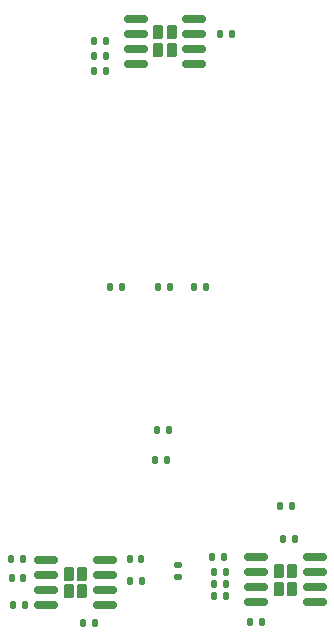
<source format=gbr>
%TF.GenerationSoftware,KiCad,Pcbnew,8.0.5*%
%TF.CreationDate,2024-11-22T15:59:57+05:30*%
%TF.ProjectId,kick,6b69636b-2e6b-4696-9361-645f70636258,rev?*%
%TF.SameCoordinates,Original*%
%TF.FileFunction,Paste,Top*%
%TF.FilePolarity,Positive*%
%FSLAX46Y46*%
G04 Gerber Fmt 4.6, Leading zero omitted, Abs format (unit mm)*
G04 Created by KiCad (PCBNEW 8.0.5) date 2024-11-22 15:59:57*
%MOMM*%
%LPD*%
G01*
G04 APERTURE LIST*
G04 Aperture macros list*
%AMRoundRect*
0 Rectangle with rounded corners*
0 $1 Rounding radius*
0 $2 $3 $4 $5 $6 $7 $8 $9 X,Y pos of 4 corners*
0 Add a 4 corners polygon primitive as box body*
4,1,4,$2,$3,$4,$5,$6,$7,$8,$9,$2,$3,0*
0 Add four circle primitives for the rounded corners*
1,1,$1+$1,$2,$3*
1,1,$1+$1,$4,$5*
1,1,$1+$1,$6,$7*
1,1,$1+$1,$8,$9*
0 Add four rect primitives between the rounded corners*
20,1,$1+$1,$2,$3,$4,$5,0*
20,1,$1+$1,$4,$5,$6,$7,0*
20,1,$1+$1,$6,$7,$8,$9,0*
20,1,$1+$1,$8,$9,$2,$3,0*%
G04 Aperture macros list end*
%ADD10RoundRect,0.140000X-0.140000X-0.170000X0.140000X-0.170000X0.140000X0.170000X-0.140000X0.170000X0*%
%ADD11RoundRect,0.135000X-0.135000X-0.185000X0.135000X-0.185000X0.135000X0.185000X-0.135000X0.185000X0*%
%ADD12RoundRect,0.135000X0.135000X0.185000X-0.135000X0.185000X-0.135000X-0.185000X0.135000X-0.185000X0*%
%ADD13RoundRect,0.135000X0.185000X-0.135000X0.185000X0.135000X-0.185000X0.135000X-0.185000X-0.135000X0*%
%ADD14RoundRect,0.230000X-0.230000X-0.375000X0.230000X-0.375000X0.230000X0.375000X-0.230000X0.375000X0*%
%ADD15RoundRect,0.150000X-0.825000X-0.150000X0.825000X-0.150000X0.825000X0.150000X-0.825000X0.150000X0*%
%ADD16RoundRect,0.140000X0.140000X0.170000X-0.140000X0.170000X-0.140000X-0.170000X0.140000X-0.170000X0*%
G04 APERTURE END LIST*
D10*
%TO.C,C5*%
X59210000Y-99695000D03*
X60170000Y-99695000D03*
%TD*%
%TO.C,C7*%
X49332000Y-103632000D03*
X50292000Y-103632000D03*
%TD*%
D11*
%TO.C,R11*%
X69338000Y-105029000D03*
X70358000Y-105029000D03*
%TD*%
D12*
%TO.C,R16*%
X67310000Y-102870000D03*
X66290000Y-102870000D03*
%TD*%
D13*
%TO.C,R5*%
X63246000Y-101223000D03*
X63246000Y-100203000D03*
%TD*%
D14*
%TO.C,U1*%
X61595000Y-55130000D03*
X61595000Y-56630000D03*
X62735000Y-55130000D03*
X62735000Y-56630000D03*
D15*
X59690000Y-53975000D03*
X59690000Y-55245000D03*
X59690000Y-56515000D03*
X59690000Y-57785000D03*
X64640000Y-57785000D03*
X64640000Y-56515000D03*
X64640000Y-55245000D03*
X64640000Y-53975000D03*
%TD*%
D11*
%TO.C,R14*%
X61341000Y-91313000D03*
X62361000Y-91313000D03*
%TD*%
D12*
%TO.C,R6*%
X60200000Y-101600000D03*
X59180000Y-101600000D03*
%TD*%
%TO.C,R12*%
X67187000Y-99568000D03*
X66167000Y-99568000D03*
%TD*%
D11*
%TO.C,R1*%
X56130000Y-57150000D03*
X57150000Y-57150000D03*
%TD*%
D16*
%TO.C,C4*%
X73152000Y-98044000D03*
X72192000Y-98044000D03*
%TD*%
D12*
%TO.C,R3*%
X62611000Y-76708000D03*
X61591000Y-76708000D03*
%TD*%
D11*
%TO.C,R4*%
X66800000Y-55245000D03*
X67820000Y-55245000D03*
%TD*%
D12*
%TO.C,R8*%
X50165000Y-99695000D03*
X49145000Y-99695000D03*
%TD*%
D11*
%TO.C,R9*%
X57527000Y-76708000D03*
X58547000Y-76708000D03*
%TD*%
D10*
%TO.C,C1*%
X56190000Y-55880000D03*
X57150000Y-55880000D03*
%TD*%
%TO.C,C3*%
X56190000Y-58420000D03*
X57150000Y-58420000D03*
%TD*%
D12*
%TO.C,R2*%
X65659000Y-76708000D03*
X64639000Y-76708000D03*
%TD*%
D16*
%TO.C,C6*%
X50165000Y-101346000D03*
X49205000Y-101346000D03*
%TD*%
D14*
%TO.C,U3*%
X71820000Y-100735000D03*
X71820000Y-102235000D03*
X72960000Y-100735000D03*
X72960000Y-102235000D03*
D15*
X69915000Y-99580000D03*
X69915000Y-100850000D03*
X69915000Y-102120000D03*
X69915000Y-103390000D03*
X74865000Y-103390000D03*
X74865000Y-102120000D03*
X74865000Y-100850000D03*
X74865000Y-99580000D03*
%TD*%
D16*
%TO.C,C2*%
X56205000Y-105156000D03*
X55245000Y-105156000D03*
%TD*%
D14*
%TO.C,U2*%
X54040000Y-100965000D03*
X54040000Y-102465000D03*
X55180000Y-100965000D03*
X55180000Y-102465000D03*
D15*
X52135000Y-99810000D03*
X52135000Y-101080000D03*
X52135000Y-102350000D03*
X52135000Y-103620000D03*
X57085000Y-103620000D03*
X57085000Y-102350000D03*
X57085000Y-101080000D03*
X57085000Y-99810000D03*
%TD*%
D11*
%TO.C,R13*%
X61466000Y-88773000D03*
X62486000Y-88773000D03*
%TD*%
%TO.C,R7*%
X71880000Y-95250000D03*
X72900000Y-95250000D03*
%TD*%
D12*
%TO.C,R10*%
X67310000Y-100838000D03*
X66290000Y-100838000D03*
%TD*%
D11*
%TO.C,R15*%
X66290000Y-101854000D03*
X67310000Y-101854000D03*
%TD*%
M02*

</source>
